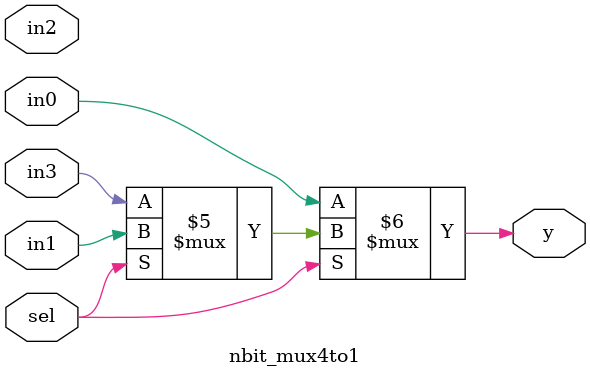
<source format=v>
`timescale 1ns / 1ps

module nbit_mux4to1(
  input in0,
  input in1,
  input in2,
  input in3,
  input sel,
  output y
);
  assign y = (sel == 2'b00) ? in0:
   	   	     (sel == 2'b01) ? in1:
 		     (sel == 2'b10) ? in2:
  							  in3;
endmodule



</source>
